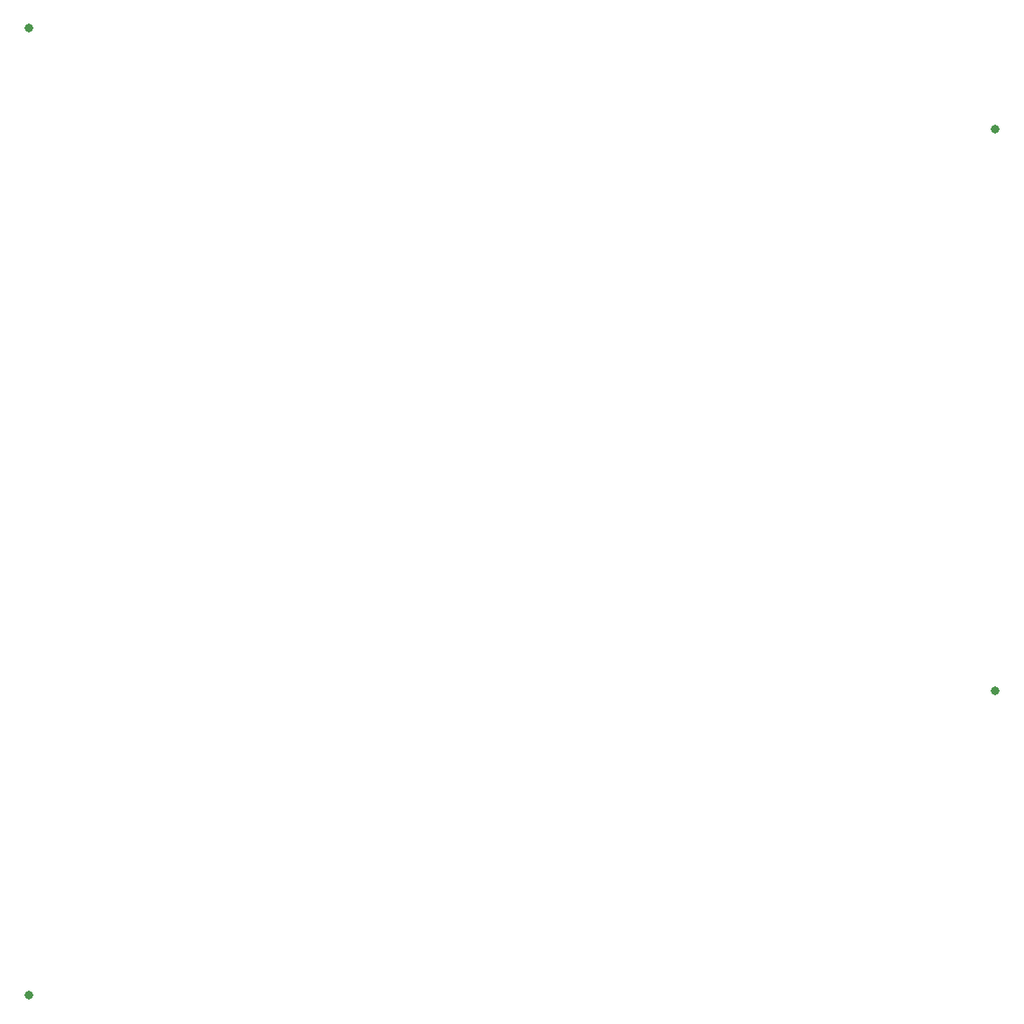
<source format=gbr>
%TF.GenerationSoftware,KiCad,Pcbnew,5.1.10*%
%TF.CreationDate,2021-06-14T18:34:52+02:00*%
%TF.ProjectId,scattered-bat-plate-1,73636174-7465-4726-9564-2d6261742d70,rev?*%
%TF.SameCoordinates,Original*%
%TF.FileFunction,Copper,L2,Bot*%
%TF.FilePolarity,Positive*%
%FSLAX46Y46*%
G04 Gerber Fmt 4.6, Leading zero omitted, Abs format (unit mm)*
G04 Created by KiCad (PCBNEW 5.1.10) date 2021-06-14 18:34:52*
%MOMM*%
%LPD*%
G01*
G04 APERTURE LIST*
%TA.AperFunction,ViaPad*%
%ADD10C,0.800000*%
%TD*%
G04 APERTURE END LIST*
D10*
%TO.N,*%
X114550000Y-62220000D03*
X205150000Y-124370000D03*
X205160000Y-71700000D03*
X114530000Y-152900000D03*
%TD*%
M02*

</source>
